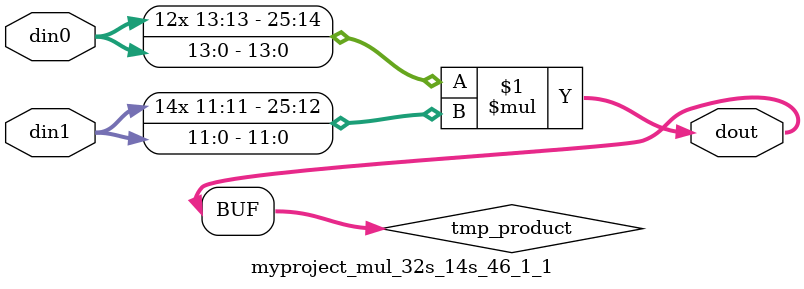
<source format=v>

`timescale 1 ns / 1 ps

  module myproject_mul_32s_14s_46_1_1(din0, din1, dout);
parameter ID = 1;
parameter NUM_STAGE = 0;
parameter din0_WIDTH = 14;
parameter din1_WIDTH = 12;
parameter dout_WIDTH = 26;

input [din0_WIDTH - 1 : 0] din0; 
input [din1_WIDTH - 1 : 0] din1; 
output [dout_WIDTH - 1 : 0] dout;

wire signed [dout_WIDTH - 1 : 0] tmp_product;













assign tmp_product = $signed(din0) * $signed(din1);








assign dout = tmp_product;







endmodule

</source>
